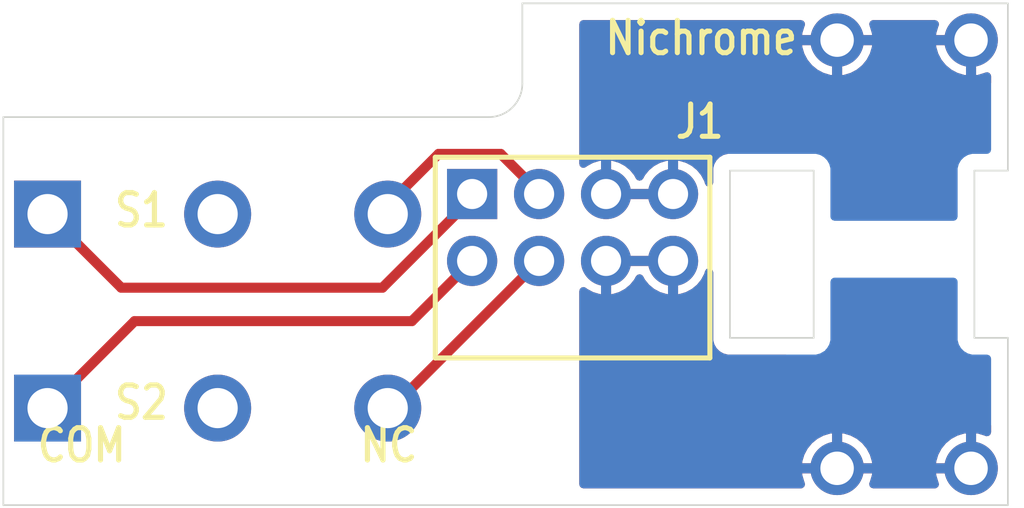
<source format=kicad_pcb>
(kicad_pcb (version 20240108) (generator "pcbnew") (generator_version "8.0")
  (layers (0 "F.Cu" signal "Top Layer") (1 "In1.Cu" signal "Layer 1") (2 "In2.Cu" signal "Layer 2") (31 "B.Cu" signal "Bottom Layer") (34 "B.Paste" user "Bottom Paste") (35 "F.Paste" user "Top Paste") (36 "B.SilkS" user "Bottom Overlay") (37 "F.SilkS" user "Top Overlay") (38 "B.Mask" user "Bottom Solder") (39 "F.Mask" user "Top Solder") (44 "Edge.Cuts" user))
  (property "ADDRESS1" "Engineering Office Wing Room 148, University of Victoria")
  (property "ADDRESS2" "3800 Finnerty Rd")
  (property "ADDRESS3" "Victoria, BC, Canada")
  (property "ADDRESS4" "V8P 5C2")
  (property "AUTHOR" "Tristan Tarnowski")
  (property "PAGESETUP" "Record=PageOptions¦CenterHorizontal=True¦CenterVertical=True¦PrintScale=1.00¦XCorrection=1.00¦YCorrection=1.00¦PrintKind=1¦BorderSize=5000000¦LeftOffset=0¦BottomOffset=0¦Orientation=2¦PaperLength=1000¦PaperWidth=1000¦Scale=100¦PaperSource=7¦PrintQuality=-4¦MediaType=1¦DitherType=10¦PaperKind=Ledger¦PrintScaleMode=1")
  (property "SUBTITLE" "Subtitle")
  (net 0 "")
  (net 1 "S2_NC")
  (net 2 "S2_COM")
  (net 3 "S1_NC")
  (net 4 "S1_COM")
  (net 5 "R_HI")
  (net 6 "R_LO")
  (footprint "resistors.PcbLib:UB3C" (layer "F.Cu") (at 158.4011 98.6036 -90)
    (property "Reference" "Nichrome" (at 0.5 7 0) (layer "F.SilkS") (effects (font (size 0.9652 0.8128) (thickness 0.1524)) (justify left bottom)))
    (property "Value" "" (hide yes))
    (pad "1" thru_hole circle (at 0 0 270) (size 1.6 1.6) (drill 1) (layers "*.Cu" "*.Mask") (net 6 "R_LO"))
    (pad "2" thru_hole circle (at 12.8 0 270) (size 1.6 1.6) (drill 1) (layers "*.Cu" "*.Mask") (net 5 "R_HI"))
  )
  (footprint "resistors.PcbLib:UB3C" (layer "F.Cu") (at 162.4011 98.6036 -90)
    (property "Reference" "R2" (hide yes))
    (property "Value" "" (hide yes))
    (pad "1" thru_hole circle (at 0 0 270) (size 1.6 1.6) (drill 1) (layers "*.Cu" "*.Mask") (net 6 "R_LO"))
    (pad "2" thru_hole circle (at 12.8 0 270) (size 1.6 1.6) (drill 1) (layers "*.Cu" "*.Mask") (net 5 "R_HI"))
  )
  (footprint "electromechanical.PcbLib:TMM-104-01-X-D-RA" (layer "F.Cu") (at 150.50109 104.2036)
    (property "Reference" "J1" (at 3.00001 -2.6 0) (layer "F.SilkS") (effects (font (size 0.9652 0.8128) (thickness 0.1524)) (justify left bottom)))
    (property "Value" "" (hide yes))
    (fp_line (start -4.1 -2.1) (end 4.1 -2.1) (stroke (width 0.15)) (layer "F.SilkS"))
    (fp_line (start -4.1 3.9) (end -4.1 -2.1) (stroke (width 0.15)) (layer "F.SilkS"))
    (fp_line (start -4.1 3.9) (end 4.1 3.9) (stroke (width 0.15)) (layer "F.SilkS"))
    (fp_line (start 4.1 3.9) (end 4.1 -2.1) (stroke (width 0.15)) (layer "F.SilkS"))
    (pad "1" thru_hole rect (at -3 -1) (size 1.5 1.5) (drill 0.9) (layers "*.Cu" "*.Mask") (net 4 "S1_COM"))
    (pad "2" thru_hole circle (at -3 1) (size 1.5 1.5) (drill 0.9) (layers "*.Cu" "*.Mask") (net 2 "S2_COM"))
    (pad "3" thru_hole circle (at -1 -1) (size 1.5 1.5) (drill 0.9) (layers "*.Cu" "*.Mask") (net 3 "S1_NC"))
    (pad "4" thru_hole circle (at -1 1) (size 1.5 1.5) (drill 0.9) (layers "*.Cu" "*.Mask") (net 1 "S2_NC"))
    (pad "5" thru_hole circle (at 1 -1) (size 1.5 1.5) (drill 0.9) (layers "*.Cu" "*.Mask") (net 6 "R_LO"))
    (pad "6" thru_hole circle (at 1 1) (size 1.5 1.5) (drill 0.9) (layers "*.Cu" "*.Mask") (net 5 "R_HI"))
    (pad "7" thru_hole circle (at 3 -1) (size 1.5 1.5) (drill 0.9) (layers "*.Cu" "*.Mask") (net 6 "R_LO"))
    (pad "8" thru_hole circle (at 3 1) (size 1.5 1.5) (drill 0.9) (layers "*.Cu" "*.Mask") (net 5 "R_HI"))
  )
  (footprint "electromechanical.PcbLib:D2F-L" (layer "B.Cu") (at 139.9011 103.8036)
    (property "Reference" "S1" (at -3.15 0.45 0) (layer "F.SilkS") (effects (font (size 0.9652 0.8128) (thickness 0.1524)) (justify left bottom)))
    (property "Value" "" (hide yes))
    (pad "1" thru_hole rect (at -5.08 0) (size 2 2) (drill 1.2) (layers "*.Cu" "*.Mask") (net 4 "S1_COM"))
    (pad "2" thru_hole circle (at 5.08 0) (size 2 2) (drill 1.2) (layers "*.Cu" "*.Mask") (net 3 "S1_NC"))
    (pad "3" thru_hole circle (at 0 0) (size 2 2) (drill 1.2) (layers "*.Cu" "*.Mask"))
  )
  (footprint "electromechanical.PcbLib:D2F-L" (layer "B.Cu") (at 139.9011 109.6036)
    (property "Reference" "S2" (at -3.15 0.4 0) (layer "F.SilkS") (effects (font (size 0.9652 0.8128) (thickness 0.1524)) (justify left bottom)))
    (property "Value" "" (hide yes))
    (pad "1" thru_hole rect (at -5.08 0) (size 2 2) (drill 1.2) (layers "*.Cu" "*.Mask") (net 2 "S2_COM"))
    (pad "2" thru_hole circle (at 5.08 0) (size 2 2) (drill 1.2) (layers "*.Cu" "*.Mask") (net 1 "S2_NC"))
    (pad "3" thru_hole circle (at 0 0) (size 2 2) (drill 1.2) (layers "*.Cu" "*.Mask"))
  )
  (gr_line (start 157.7011 102.50361) (end 155.2011 102.5036) (stroke (width 0.05)) (layer "Edge.Cuts"))
  (gr_line (start 163.5011 97.5036) (end 163.5011 102.5036) (stroke (width 0.05)) (layer "Edge.Cuts"))
  (gr_line (start 155.2011 107.5036) (end 157.7011 107.50361) (stroke (width 0.05)) (layer "Edge.Cuts"))
  (gr_line (start 157.7011 107.50361) (end 157.7011 102.50361) (stroke (width 0.05)) (layer "Edge.Cuts"))
  (gr_line (start 163.5011 107.5036) (end 163.5011 112.5036) (stroke (width 0.05)) (layer "Edge.Cuts"))
  (gr_line (start 133.5011 112.5036) (end 133.5011 100.9036) (stroke (width 0.05)) (layer "Edge.Cuts"))
  (gr_line (start 163.5011 112.5036) (end 133.5011 112.5036) (stroke (width 0.05)) (layer "Edge.Cuts"))
  (gr_line (start 149.0011 99.9036) (end 149.0011 97.5036) (stroke (width 0.05)) (layer "Edge.Cuts"))
  (gr_line (start 155.2011 102.5036) (end 155.2011 107.5036) (stroke (width 0.05)) (layer "Edge.Cuts"))
  (gr_line (start 162.5011 102.5036) (end 162.5011 107.5036) (stroke (width 0.05)) (layer "Edge.Cuts"))
  (gr_line (start 133.5011 100.9036) (end 148.0011 100.9036) (stroke (width 0.05)) (layer "Edge.Cuts"))
  (gr_line (start 162.5011 107.5036) (end 163.5011 107.5036) (stroke (width 0.05)) (layer "Edge.Cuts"))
  (gr_line (start 163.5011 102.5036) (end 162.5011 102.5036) (stroke (width 0.05)) (layer "Edge.Cuts"))
  (gr_arc (start 149.0011 99.9036) (mid 148.708207 100.610707) (end 148.0011 100.9036) (stroke (width 0.05)) (layer "Edge.Cuts"))
  (gr_line (start 149.0011 97.5036) (end 163.5011 97.5036) (stroke (width 0.05)) (layer "Edge.Cuts"))
  (gr_text_box "NC" (start 143.356433 111.399464) (end 143.9811 112.0036) (layer "F.SilkS") (effects (font (size 0.9652 0.8128) (thickness 0.1524)) (justify left bottom)) (border no) (stroke (width 0.1)))
  (gr_text_box "COM" (start 133.720909 111.372277) (end 134.4011 112.0036) (layer "F.SilkS") (effects (font (size 0.9652 0.8128) (thickness 0.1524)) (justify left bottom)) (border no) (stroke (width 0.1)))
  (segment (start 145.10109 109.6036) (end 149.50109 105.2036) (width 0.3) (layer "F.Cu") (net 1))
  (segment (start 144.9811 109.6036) (end 145.10109 109.6036) (width 0.3) (layer "F.Cu") (net 1))
  (segment (start 137.4211 107.0036) (end 145.70109 107.0036) (width 0.3) (layer "F.Cu") (net 2))
  (segment (start 134.8211 109.6036) (end 137.4211 107.0036) (width 0.3) (layer "F.Cu") (net 2))
  (segment (start 145.70109 107.0036) (end 147.50109 105.2036) (width 0.3) (layer "F.Cu") (net 2))
  (segment (start 146.5011 102.0036) (end 148.35264 102.0036) (width 0.3) (layer "F.Cu") (net 3))
  (segment (start 144.9811 103.5236) (end 146.5011 102.0036) (width 0.3) (layer "F.Cu") (net 3))
  (segment (start 149.50109 103.2036) (end 149.50109 103.15205) (width 0.3) (layer "F.Cu") (net 3))
  (segment (start 144.9811 103.8036) (end 144.9811 103.5236) (width 0.3) (layer "F.Cu") (net 3))
  (segment (start 148.35264 102.0036) (end 149.50109 103.15205) (width 0.3) (layer "F.Cu") (net 3))
  (segment (start 144.82393 106.0036) (end 147.50109 103.32644) (width 0.3) (layer "F.Cu") (net 4))
  (segment (start 137.0211 106.0036) (end 144.82393 106.0036) (width 0.3) (layer "F.Cu") (net 4))
  (segment (start 134.8211 103.8036) (end 137.0211 106.0036) (width 0.3) (layer "F.Cu") (net 4))
  (segment (start 147.50109 103.32644) (end 147.50109 103.2036) (width 0.3) (layer "F.Cu") (net 4))
  (zone (net 6) (net_name "R_LO") (layer "F.Cu") (priority 10) (connect_pads (clearance 0.5)) (min_thickness 0.25) (fill yes (thermal_gap 0.254) (thermal_bridge_width 0.3))
    (polygon (pts (xy 150.7011 104.0036) (xy 150.7011 97.5036) (xy 163.5011 97.5036) (xy 163.5011 104.0036)))
  )
  (zone (net 5) (net_name "R_HI") (layer "F.Cu") (priority 12) (connect_pads (clearance 0.5)) (min_thickness 0.25) (fill yes (thermal_gap 0.254) (thermal_bridge_width 0.3))
    (polygon (pts (xy 150.7011 104.4036) (xy 150.7011 112.5036) (xy 163.5011 112.5036) (xy 163.5011 104.4036)))
  )
  (zone (net 0) (net_name "") (layer "F.Cu") (connect_pads (clearance 0)) (min_thickness 0.25)
    (keepout (tracks allowed) (vias allowed) (pads allowed) (copperpour not_allowed) (footprints allowed))
    (fill (thermal_gap 0.5) (thermal_bridge_width 0.5))
    (polygon (pts (xy 164.0011 100.0036) (xy 164.0011 110.0036) (xy 157.0011 110.0036) (xy 157.0011 100.0036)))
  )
  (zone (net 0) (net_name "") (layer "B.Cu") (connect_pads (clearance 0)) (min_thickness 0.25)
    (keepout (tracks not_allowed) (vias not_allowed) (pads not_allowed) (copperpour not_allowed) (footprints allowed))
    (fill (thermal_gap 0.5) (thermal_bridge_width 0.5))
    (polygon (pts (xy 162.5011 105.7036) (xy 157.7011 105.7036) (xy 157.7011 104.3036) (xy 162.5011 104.3036)))
  )
  (zone (net 6) (net_name "R_LO") (layer "B.Cu") (priority 1) (connect_pads (clearance 0.5)) (min_thickness 0.25) (fill yes (thermal_gap 0.254) (thermal_bridge_width 0.3))
    (polygon (pts (xy 150.7011 104.0036) (xy 150.7011 97.5036) (xy 163.5011 97.5036) (xy 163.5011 104.0036)))
  )
  (zone (net 5) (net_name "R_HI") (layer "B.Cu") (connect_pads (clearance 0.5)) (min_thickness 0.25) (fill yes (thermal_gap 0.254) (thermal_bridge_width 0.3))
    (polygon (pts (xy 150.7011 104.4036) (xy 150.7011 112.5036) (xy 163.5011 112.5036) (xy 163.5011 104.4036)))
  )
)
</source>
